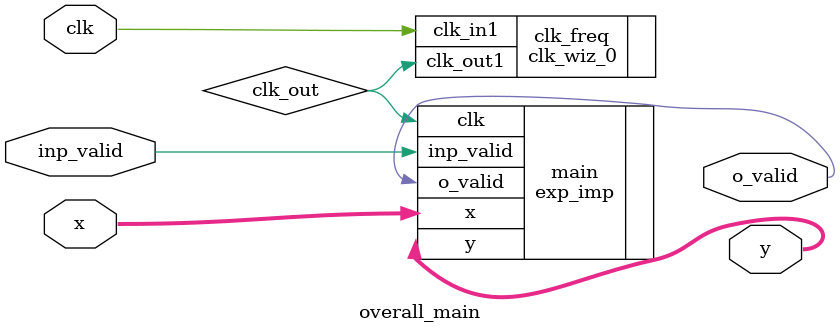
<source format=sv>
`timescale 1ns / 1ps

module overall_main( input logic clk, input logic inp_valid, 
    input logic [15:0] x, // Q4.12 
    output logic [31:0] y,     // Q2.30 
    output logic o_valid 
    );
    
logic clk_out;

clk_wiz_0 clk_freq
   (
    .clk_out1(clk_out),     // output clk_out1
    .clk_in1(clk)      // input clk_in1
);

exp_imp main(.clk(clk_out), .inp_valid(inp_valid), .x(x), .y(y), .o_valid(o_valid));

endmodule

</source>
